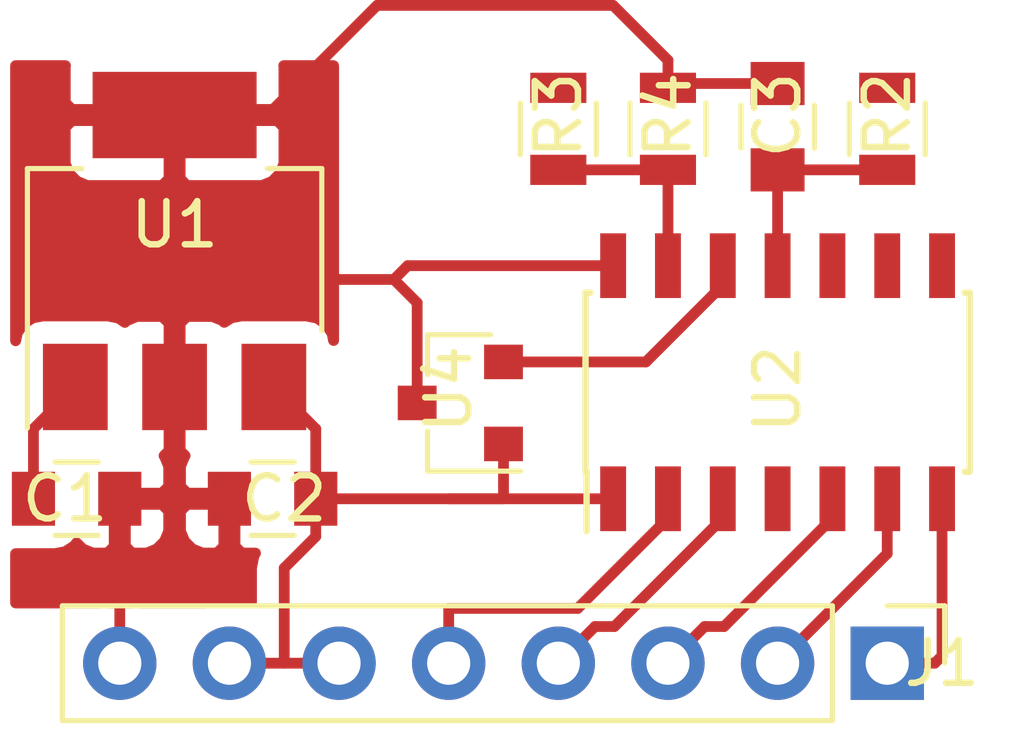
<source format=kicad_pcb>
(kicad_pcb (version 4) (host pcbnew 4.0.7)

  (general
    (links 25)
    (no_connects 3)
    (area 116.445 110.164999 142.34 130.477619)
    (thickness 1.6)
    (drawings 0)
    (tracks 56)
    (zones 0)
    (modules 10)
    (nets 17)
  )

  (page A4)
  (layers
    (0 F.Cu signal)
    (31 B.Cu signal)
    (32 B.Adhes user)
    (33 F.Adhes user)
    (34 B.Paste user)
    (35 F.Paste user)
    (36 B.SilkS user)
    (37 F.SilkS user)
    (38 B.Mask user)
    (39 F.Mask user)
    (40 Dwgs.User user)
    (41 Cmts.User user)
    (42 Eco1.User user)
    (43 Eco2.User user)
    (44 Edge.Cuts user)
    (45 Margin user)
    (46 B.CrtYd user)
    (47 F.CrtYd user)
    (48 B.Fab user hide)
    (49 F.Fab user hide)
  )

  (setup
    (last_trace_width 0.25)
    (trace_clearance 0.2)
    (zone_clearance 0.508)
    (zone_45_only no)
    (trace_min 0.2)
    (segment_width 0.2)
    (edge_width 0.15)
    (via_size 0.6)
    (via_drill 0.4)
    (via_min_size 0.4)
    (via_min_drill 0.3)
    (uvia_size 0.3)
    (uvia_drill 0.1)
    (uvias_allowed no)
    (uvia_min_size 0.2)
    (uvia_min_drill 0.1)
    (pcb_text_width 0.3)
    (pcb_text_size 1.5 1.5)
    (mod_edge_width 0.15)
    (mod_text_size 1 1)
    (mod_text_width 0.15)
    (pad_size 1.524 1.524)
    (pad_drill 0.762)
    (pad_to_mask_clearance 0.2)
    (aux_axis_origin 0 0)
    (grid_origin 113.03 113.03)
    (visible_elements 7FFFFFFF)
    (pcbplotparams
      (layerselection 0x00030_80000001)
      (usegerberextensions false)
      (excludeedgelayer true)
      (linewidth 0.100000)
      (plotframeref false)
      (viasonmask false)
      (mode 1)
      (useauxorigin false)
      (hpglpennumber 1)
      (hpglpenspeed 20)
      (hpglpendiameter 15)
      (hpglpenoverlay 2)
      (psnegative false)
      (psa4output false)
      (plotreference true)
      (plotvalue true)
      (plotinvisibletext false)
      (padsonsilk false)
      (subtractmaskfromsilk false)
      (outputformat 1)
      (mirror false)
      (drillshape 1)
      (scaleselection 1)
      (outputdirectory ""))
  )

  (net 0 "")
  (net 1 +12V)
  (net 2 GND)
  (net 3 +3V3)
  (net 4 "Net-(C3-Pad2)")
  (net 5 +5V)
  (net 6 "Net-(R3-Pad1)")
  (net 7 "Net-(U2-Pad4)")
  (net 8 "Net-(U2-Pad8)")
  (net 9 "Net-(U2-Pad9)")
  (net 10 "Net-(U2-Pad10)")
  (net 11 "Net-(U2-Pad12)")
  (net 12 "Net-(J1-Pad5)")
  (net 13 "Net-(J1-Pad4)")
  (net 14 "Net-(J1-Pad3)")
  (net 15 "Net-(J1-Pad2)")
  (net 16 "Net-(J1-Pad1)")

  (net_class Default "This is the default net class."
    (clearance 0.2)
    (trace_width 0.25)
    (via_dia 0.6)
    (via_drill 0.4)
    (uvia_dia 0.3)
    (uvia_drill 0.1)
    (add_net +12V)
    (add_net +3V3)
    (add_net +5V)
    (add_net GND)
    (add_net "Net-(C3-Pad2)")
    (add_net "Net-(J1-Pad1)")
    (add_net "Net-(J1-Pad2)")
    (add_net "Net-(J1-Pad3)")
    (add_net "Net-(J1-Pad4)")
    (add_net "Net-(J1-Pad5)")
    (add_net "Net-(R3-Pad1)")
    (add_net "Net-(U2-Pad10)")
    (add_net "Net-(U2-Pad12)")
    (add_net "Net-(U2-Pad4)")
    (add_net "Net-(U2-Pad8)")
    (add_net "Net-(U2-Pad9)")
  )

  (module TO_SOT_Packages_SMD:SOT-223-3_TabPin2 (layer F.Cu) (tedit 58CE4E7E) (tstamp 5A4854AC)
    (at 121.92 116.18 90)
    (descr "module CMS SOT223 4 pins")
    (tags "CMS SOT")
    (path /59C97844)
    (attr smd)
    (fp_text reference U1 (at 0.61 0 180) (layer F.SilkS)
      (effects (font (size 1 1) (thickness 0.15)))
    )
    (fp_text value LM2936-3.3 (at 0 4.5 90) (layer F.Fab)
      (effects (font (size 1 1) (thickness 0.15)))
    )
    (fp_text user %R (at 0 0 270) (layer F.Fab)
      (effects (font (size 0.8 0.8) (thickness 0.12)))
    )
    (fp_line (start 1.91 3.41) (end 1.91 2.15) (layer F.SilkS) (width 0.12))
    (fp_line (start 1.91 -3.41) (end 1.91 -2.15) (layer F.SilkS) (width 0.12))
    (fp_line (start 4.4 -3.6) (end -4.4 -3.6) (layer F.CrtYd) (width 0.05))
    (fp_line (start 4.4 3.6) (end 4.4 -3.6) (layer F.CrtYd) (width 0.05))
    (fp_line (start -4.4 3.6) (end 4.4 3.6) (layer F.CrtYd) (width 0.05))
    (fp_line (start -4.4 -3.6) (end -4.4 3.6) (layer F.CrtYd) (width 0.05))
    (fp_line (start -1.85 -2.35) (end -0.85 -3.35) (layer F.Fab) (width 0.1))
    (fp_line (start -1.85 -2.35) (end -1.85 3.35) (layer F.Fab) (width 0.1))
    (fp_line (start -1.85 3.41) (end 1.91 3.41) (layer F.SilkS) (width 0.12))
    (fp_line (start -0.85 -3.35) (end 1.85 -3.35) (layer F.Fab) (width 0.1))
    (fp_line (start -4.1 -3.41) (end 1.91 -3.41) (layer F.SilkS) (width 0.12))
    (fp_line (start -1.85 3.35) (end 1.85 3.35) (layer F.Fab) (width 0.1))
    (fp_line (start 1.85 -3.35) (end 1.85 3.35) (layer F.Fab) (width 0.1))
    (pad 2 smd rect (at 3.15 0 90) (size 2 3.8) (layers F.Cu F.Paste F.Mask)
      (net 2 GND))
    (pad 2 smd rect (at -3.15 0 90) (size 2 1.5) (layers F.Cu F.Paste F.Mask)
      (net 2 GND))
    (pad 3 smd rect (at -3.15 2.3 90) (size 2 1.5) (layers F.Cu F.Paste F.Mask)
      (net 3 +3V3))
    (pad 1 smd rect (at -3.15 -2.3 90) (size 2 1.5) (layers F.Cu F.Paste F.Mask)
      (net 1 +12V))
    (model ${KISYS3DMOD}/TO_SOT_Packages_SMD.3dshapes/SOT-223.wrl
      (at (xyz 0 0 0))
      (scale (xyz 1 1 1))
      (rotate (xyz 0 0 0))
    )
  )

  (module Housings_SOIC:SOIC-14_3.9x8.7mm_Pitch1.27mm (layer F.Cu) (tedit 58CC8F64) (tstamp 5A4854BE)
    (at 135.89 119.22 90)
    (descr "14-Lead Plastic Small Outline (SL) - Narrow, 3.90 mm Body [SOIC] (see Microchip Packaging Specification 00000049BS.pdf)")
    (tags "SOIC 1.27")
    (path /5A4838F2)
    (attr smd)
    (fp_text reference U2 (at -0.16 0 90) (layer F.SilkS)
      (effects (font (size 1 1) (thickness 0.15)))
    )
    (fp_text value ATTINY44A-SSU (at 0 5.375 270) (layer F.Fab)
      (effects (font (size 1 1) (thickness 0.15)))
    )
    (fp_text user %R (at 0 0 90) (layer F.Fab)
      (effects (font (size 0.9 0.9) (thickness 0.135)))
    )
    (fp_line (start -0.95 -4.35) (end 1.95 -4.35) (layer F.Fab) (width 0.15))
    (fp_line (start 1.95 -4.35) (end 1.95 4.35) (layer F.Fab) (width 0.15))
    (fp_line (start 1.95 4.35) (end -1.95 4.35) (layer F.Fab) (width 0.15))
    (fp_line (start -1.95 4.35) (end -1.95 -3.35) (layer F.Fab) (width 0.15))
    (fp_line (start -1.95 -3.35) (end -0.95 -4.35) (layer F.Fab) (width 0.15))
    (fp_line (start -3.7 -4.65) (end -3.7 4.65) (layer F.CrtYd) (width 0.05))
    (fp_line (start 3.7 -4.65) (end 3.7 4.65) (layer F.CrtYd) (width 0.05))
    (fp_line (start -3.7 -4.65) (end 3.7 -4.65) (layer F.CrtYd) (width 0.05))
    (fp_line (start -3.7 4.65) (end 3.7 4.65) (layer F.CrtYd) (width 0.05))
    (fp_line (start -2.075 -4.45) (end -2.075 -4.425) (layer F.SilkS) (width 0.15))
    (fp_line (start 2.075 -4.45) (end 2.075 -4.335) (layer F.SilkS) (width 0.15))
    (fp_line (start 2.075 4.45) (end 2.075 4.335) (layer F.SilkS) (width 0.15))
    (fp_line (start -2.075 4.45) (end -2.075 4.335) (layer F.SilkS) (width 0.15))
    (fp_line (start -2.075 -4.45) (end 2.075 -4.45) (layer F.SilkS) (width 0.15))
    (fp_line (start -2.075 4.45) (end 2.075 4.45) (layer F.SilkS) (width 0.15))
    (fp_line (start -2.075 -4.425) (end -3.45 -4.425) (layer F.SilkS) (width 0.15))
    (pad 1 smd rect (at -2.7 -3.81 90) (size 1.5 0.6) (layers F.Cu F.Paste F.Mask)
      (net 3 +3V3))
    (pad 2 smd rect (at -2.7 -2.54 90) (size 1.5 0.6) (layers F.Cu F.Paste F.Mask)
      (net 12 "Net-(J1-Pad5)"))
    (pad 3 smd rect (at -2.7 -1.27 90) (size 1.5 0.6) (layers F.Cu F.Paste F.Mask)
      (net 13 "Net-(J1-Pad4)"))
    (pad 4 smd rect (at -2.7 0 90) (size 1.5 0.6) (layers F.Cu F.Paste F.Mask)
      (net 7 "Net-(U2-Pad4)"))
    (pad 5 smd rect (at -2.7 1.27 90) (size 1.5 0.6) (layers F.Cu F.Paste F.Mask)
      (net 14 "Net-(J1-Pad3)"))
    (pad 6 smd rect (at -2.7 2.54 90) (size 1.5 0.6) (layers F.Cu F.Paste F.Mask)
      (net 15 "Net-(J1-Pad2)"))
    (pad 7 smd rect (at -2.7 3.81 90) (size 1.5 0.6) (layers F.Cu F.Paste F.Mask)
      (net 16 "Net-(J1-Pad1)"))
    (pad 8 smd rect (at 2.7 3.81 90) (size 1.5 0.6) (layers F.Cu F.Paste F.Mask)
      (net 8 "Net-(U2-Pad8)"))
    (pad 9 smd rect (at 2.7 2.54 90) (size 1.5 0.6) (layers F.Cu F.Paste F.Mask)
      (net 9 "Net-(U2-Pad9)"))
    (pad 10 smd rect (at 2.7 1.27 90) (size 1.5 0.6) (layers F.Cu F.Paste F.Mask)
      (net 10 "Net-(U2-Pad10)"))
    (pad 11 smd rect (at 2.7 0 90) (size 1.5 0.6) (layers F.Cu F.Paste F.Mask)
      (net 4 "Net-(C3-Pad2)"))
    (pad 12 smd rect (at 2.7 -1.27 90) (size 1.5 0.6) (layers F.Cu F.Paste F.Mask)
      (net 11 "Net-(U2-Pad12)"))
    (pad 13 smd rect (at 2.7 -2.54 90) (size 1.5 0.6) (layers F.Cu F.Paste F.Mask)
      (net 6 "Net-(R3-Pad1)"))
    (pad 14 smd rect (at 2.7 -3.81 90) (size 1.5 0.6) (layers F.Cu F.Paste F.Mask)
      (net 2 GND))
    (model ${KISYS3DMOD}/Housings_SOIC.3dshapes/SOIC-14_3.9x8.7mm_Pitch1.27mm.wrl
      (at (xyz 0 0 0))
      (scale (xyz 1 1 1))
      (rotate (xyz 0 0 0))
    )
  )

  (module TO_SOT_Packages_SMD:SOT-23 (layer F.Cu) (tedit 58CE4E7E) (tstamp 5A4854D1)
    (at 128.54 119.7 180)
    (descr "SOT-23, Standard")
    (tags SOT-23)
    (path /5A483AD4)
    (attr smd)
    (fp_text reference U4 (at 0.27 0.32 270) (layer F.SilkS)
      (effects (font (size 1 1) (thickness 0.15)))
    )
    (fp_text value MCP9700AT-E/TT (at 0 2.5 180) (layer F.Fab)
      (effects (font (size 1 1) (thickness 0.15)))
    )
    (fp_text user %R (at 0 0 270) (layer F.Fab)
      (effects (font (size 0.5 0.5) (thickness 0.075)))
    )
    (fp_line (start -0.7 -0.95) (end -0.7 1.5) (layer F.Fab) (width 0.1))
    (fp_line (start -0.15 -1.52) (end 0.7 -1.52) (layer F.Fab) (width 0.1))
    (fp_line (start -0.7 -0.95) (end -0.15 -1.52) (layer F.Fab) (width 0.1))
    (fp_line (start 0.7 -1.52) (end 0.7 1.52) (layer F.Fab) (width 0.1))
    (fp_line (start -0.7 1.52) (end 0.7 1.52) (layer F.Fab) (width 0.1))
    (fp_line (start 0.76 1.58) (end 0.76 0.65) (layer F.SilkS) (width 0.12))
    (fp_line (start 0.76 -1.58) (end 0.76 -0.65) (layer F.SilkS) (width 0.12))
    (fp_line (start -1.7 -1.75) (end 1.7 -1.75) (layer F.CrtYd) (width 0.05))
    (fp_line (start 1.7 -1.75) (end 1.7 1.75) (layer F.CrtYd) (width 0.05))
    (fp_line (start 1.7 1.75) (end -1.7 1.75) (layer F.CrtYd) (width 0.05))
    (fp_line (start -1.7 1.75) (end -1.7 -1.75) (layer F.CrtYd) (width 0.05))
    (fp_line (start 0.76 -1.58) (end -1.4 -1.58) (layer F.SilkS) (width 0.12))
    (fp_line (start 0.76 1.58) (end -0.7 1.58) (layer F.SilkS) (width 0.12))
    (pad 1 smd rect (at -1 -0.95 180) (size 0.9 0.8) (layers F.Cu F.Paste F.Mask)
      (net 3 +3V3))
    (pad 2 smd rect (at -1 0.95 180) (size 0.9 0.8) (layers F.Cu F.Paste F.Mask)
      (net 11 "Net-(U2-Pad12)"))
    (pad 3 smd rect (at 1 0 180) (size 0.9 0.8) (layers F.Cu F.Paste F.Mask)
      (net 2 GND))
    (model ${KISYS3DMOD}/TO_SOT_Packages_SMD.3dshapes/SOT-23.wrl
      (at (xyz 0 0 0))
      (scale (xyz 1 1 1))
      (rotate (xyz 0 0 0))
    )
  )

  (module Capacitors_SMD:C_0805 (layer F.Cu) (tedit 58AA8463) (tstamp 5A485960)
    (at 119.65 121.92)
    (descr "Capacitor SMD 0805, reflow soldering, AVX (see smccp.pdf)")
    (tags "capacitor 0805")
    (path /59C98302)
    (attr smd)
    (fp_text reference C1 (at -0.27 0) (layer F.SilkS)
      (effects (font (size 1 1) (thickness 0.15)))
    )
    (fp_text value 0.1u (at 0 1.75) (layer F.Fab)
      (effects (font (size 1 1) (thickness 0.15)))
    )
    (fp_text user %R (at 0 -1.5) (layer F.Fab)
      (effects (font (size 1 1) (thickness 0.15)))
    )
    (fp_line (start -1 0.62) (end -1 -0.62) (layer F.Fab) (width 0.1))
    (fp_line (start 1 0.62) (end -1 0.62) (layer F.Fab) (width 0.1))
    (fp_line (start 1 -0.62) (end 1 0.62) (layer F.Fab) (width 0.1))
    (fp_line (start -1 -0.62) (end 1 -0.62) (layer F.Fab) (width 0.1))
    (fp_line (start 0.5 -0.85) (end -0.5 -0.85) (layer F.SilkS) (width 0.12))
    (fp_line (start -0.5 0.85) (end 0.5 0.85) (layer F.SilkS) (width 0.12))
    (fp_line (start -1.75 -0.88) (end 1.75 -0.88) (layer F.CrtYd) (width 0.05))
    (fp_line (start -1.75 -0.88) (end -1.75 0.87) (layer F.CrtYd) (width 0.05))
    (fp_line (start 1.75 0.87) (end 1.75 -0.88) (layer F.CrtYd) (width 0.05))
    (fp_line (start 1.75 0.87) (end -1.75 0.87) (layer F.CrtYd) (width 0.05))
    (pad 1 smd rect (at -1 0) (size 1 1.25) (layers F.Cu F.Paste F.Mask)
      (net 1 +12V))
    (pad 2 smd rect (at 1 0) (size 1 1.25) (layers F.Cu F.Paste F.Mask)
      (net 2 GND))
    (model Capacitors_SMD.3dshapes/C_0805.wrl
      (at (xyz 0 0 0))
      (scale (xyz 1 1 1))
      (rotate (xyz 0 0 0))
    )
  )

  (module Resistors_SMD:R_0805 (layer F.Cu) (tedit 58E0A804) (tstamp 5A48596A)
    (at 138.43 113.35 90)
    (descr "Resistor SMD 0805, reflow soldering, Vishay (see dcrcw.pdf)")
    (tags "resistor 0805")
    (path /59C9A0A8)
    (attr smd)
    (fp_text reference R2 (at 0.32 0 90) (layer F.SilkS)
      (effects (font (size 1 1) (thickness 0.15)))
    )
    (fp_text value 10K (at 0 1.75 90) (layer F.Fab)
      (effects (font (size 1 1) (thickness 0.15)))
    )
    (fp_text user %R (at 0 0 90) (layer F.Fab)
      (effects (font (size 0.5 0.5) (thickness 0.075)))
    )
    (fp_line (start -1 0.62) (end -1 -0.62) (layer F.Fab) (width 0.1))
    (fp_line (start 1 0.62) (end -1 0.62) (layer F.Fab) (width 0.1))
    (fp_line (start 1 -0.62) (end 1 0.62) (layer F.Fab) (width 0.1))
    (fp_line (start -1 -0.62) (end 1 -0.62) (layer F.Fab) (width 0.1))
    (fp_line (start 0.6 0.88) (end -0.6 0.88) (layer F.SilkS) (width 0.12))
    (fp_line (start -0.6 -0.88) (end 0.6 -0.88) (layer F.SilkS) (width 0.12))
    (fp_line (start -1.55 -0.9) (end 1.55 -0.9) (layer F.CrtYd) (width 0.05))
    (fp_line (start -1.55 -0.9) (end -1.55 0.9) (layer F.CrtYd) (width 0.05))
    (fp_line (start 1.55 0.9) (end 1.55 -0.9) (layer F.CrtYd) (width 0.05))
    (fp_line (start 1.55 0.9) (end -1.55 0.9) (layer F.CrtYd) (width 0.05))
    (pad 1 smd rect (at -0.95 0 90) (size 0.7 1.3) (layers F.Cu F.Paste F.Mask)
      (net 4 "Net-(C3-Pad2)"))
    (pad 2 smd rect (at 0.95 0 90) (size 0.7 1.3) (layers F.Cu F.Paste F.Mask)
      (net 5 +5V))
    (model ${KISYS3DMOD}/Resistors_SMD.3dshapes/R_0805.wrl
      (at (xyz 0 0 0))
      (scale (xyz 1 1 1))
      (rotate (xyz 0 0 0))
    )
  )

  (module Resistors_SMD:R_0805 (layer F.Cu) (tedit 58E0A804) (tstamp 5A48596F)
    (at 130.81 113.35 90)
    (descr "Resistor SMD 0805, reflow soldering, Vishay (see dcrcw.pdf)")
    (tags "resistor 0805")
    (path /5A483A29)
    (attr smd)
    (fp_text reference R3 (at 0.32 0 90) (layer F.SilkS)
      (effects (font (size 1 1) (thickness 0.15)))
    )
    (fp_text value 47K (at 0 1.75 90) (layer F.Fab)
      (effects (font (size 1 1) (thickness 0.15)))
    )
    (fp_text user %R (at 0 0 90) (layer F.Fab)
      (effects (font (size 0.5 0.5) (thickness 0.075)))
    )
    (fp_line (start -1 0.62) (end -1 -0.62) (layer F.Fab) (width 0.1))
    (fp_line (start 1 0.62) (end -1 0.62) (layer F.Fab) (width 0.1))
    (fp_line (start 1 -0.62) (end 1 0.62) (layer F.Fab) (width 0.1))
    (fp_line (start -1 -0.62) (end 1 -0.62) (layer F.Fab) (width 0.1))
    (fp_line (start 0.6 0.88) (end -0.6 0.88) (layer F.SilkS) (width 0.12))
    (fp_line (start -0.6 -0.88) (end 0.6 -0.88) (layer F.SilkS) (width 0.12))
    (fp_line (start -1.55 -0.9) (end 1.55 -0.9) (layer F.CrtYd) (width 0.05))
    (fp_line (start -1.55 -0.9) (end -1.55 0.9) (layer F.CrtYd) (width 0.05))
    (fp_line (start 1.55 0.9) (end 1.55 -0.9) (layer F.CrtYd) (width 0.05))
    (fp_line (start 1.55 0.9) (end -1.55 0.9) (layer F.CrtYd) (width 0.05))
    (pad 1 smd rect (at -0.95 0 90) (size 0.7 1.3) (layers F.Cu F.Paste F.Mask)
      (net 6 "Net-(R3-Pad1)"))
    (pad 2 smd rect (at 0.95 0 90) (size 0.7 1.3) (layers F.Cu F.Paste F.Mask)
      (net 1 +12V))
    (model ${KISYS3DMOD}/Resistors_SMD.3dshapes/R_0805.wrl
      (at (xyz 0 0 0))
      (scale (xyz 1 1 1))
      (rotate (xyz 0 0 0))
    )
  )

  (module Resistors_SMD:R_0805 (layer F.Cu) (tedit 58E0A804) (tstamp 5A485974)
    (at 133.35 113.35 270)
    (descr "Resistor SMD 0805, reflow soldering, Vishay (see dcrcw.pdf)")
    (tags "resistor 0805")
    (path /5A483A62)
    (attr smd)
    (fp_text reference R4 (at -0.32 0 270) (layer F.SilkS)
      (effects (font (size 1 1) (thickness 0.15)))
    )
    (fp_text value 10K (at 0 1.75 270) (layer F.Fab)
      (effects (font (size 1 1) (thickness 0.15)))
    )
    (fp_text user %R (at 0 0 270) (layer F.Fab)
      (effects (font (size 0.5 0.5) (thickness 0.075)))
    )
    (fp_line (start -1 0.62) (end -1 -0.62) (layer F.Fab) (width 0.1))
    (fp_line (start 1 0.62) (end -1 0.62) (layer F.Fab) (width 0.1))
    (fp_line (start 1 -0.62) (end 1 0.62) (layer F.Fab) (width 0.1))
    (fp_line (start -1 -0.62) (end 1 -0.62) (layer F.Fab) (width 0.1))
    (fp_line (start 0.6 0.88) (end -0.6 0.88) (layer F.SilkS) (width 0.12))
    (fp_line (start -0.6 -0.88) (end 0.6 -0.88) (layer F.SilkS) (width 0.12))
    (fp_line (start -1.55 -0.9) (end 1.55 -0.9) (layer F.CrtYd) (width 0.05))
    (fp_line (start -1.55 -0.9) (end -1.55 0.9) (layer F.CrtYd) (width 0.05))
    (fp_line (start 1.55 0.9) (end 1.55 -0.9) (layer F.CrtYd) (width 0.05))
    (fp_line (start 1.55 0.9) (end -1.55 0.9) (layer F.CrtYd) (width 0.05))
    (pad 1 smd rect (at -0.95 0 270) (size 0.7 1.3) (layers F.Cu F.Paste F.Mask)
      (net 2 GND))
    (pad 2 smd rect (at 0.95 0 270) (size 0.7 1.3) (layers F.Cu F.Paste F.Mask)
      (net 6 "Net-(R3-Pad1)"))
    (model ${KISYS3DMOD}/Resistors_SMD.3dshapes/R_0805.wrl
      (at (xyz 0 0 0))
      (scale (xyz 1 1 1))
      (rotate (xyz 0 0 0))
    )
  )

  (module Capacitors_SMD:C_0805 (layer F.Cu) (tedit 58AA8463) (tstamp 5A485B3A)
    (at 135.89 113.3 270)
    (descr "Capacitor SMD 0805, reflow soldering, AVX (see smccp.pdf)")
    (tags "capacitor 0805")
    (path /59C9A803)
    (attr smd)
    (fp_text reference C3 (at -0.27 0 270) (layer F.SilkS)
      (effects (font (size 1 1) (thickness 0.15)))
    )
    (fp_text value 0.1uF (at 0 1.75 270) (layer F.Fab)
      (effects (font (size 1 1) (thickness 0.15)))
    )
    (fp_text user %R (at 0 -1.5 270) (layer F.Fab)
      (effects (font (size 1 1) (thickness 0.15)))
    )
    (fp_line (start -1 0.62) (end -1 -0.62) (layer F.Fab) (width 0.1))
    (fp_line (start 1 0.62) (end -1 0.62) (layer F.Fab) (width 0.1))
    (fp_line (start 1 -0.62) (end 1 0.62) (layer F.Fab) (width 0.1))
    (fp_line (start -1 -0.62) (end 1 -0.62) (layer F.Fab) (width 0.1))
    (fp_line (start 0.5 -0.85) (end -0.5 -0.85) (layer F.SilkS) (width 0.12))
    (fp_line (start -0.5 0.85) (end 0.5 0.85) (layer F.SilkS) (width 0.12))
    (fp_line (start -1.75 -0.88) (end 1.75 -0.88) (layer F.CrtYd) (width 0.05))
    (fp_line (start -1.75 -0.88) (end -1.75 0.87) (layer F.CrtYd) (width 0.05))
    (fp_line (start 1.75 0.87) (end 1.75 -0.88) (layer F.CrtYd) (width 0.05))
    (fp_line (start 1.75 0.87) (end -1.75 0.87) (layer F.CrtYd) (width 0.05))
    (pad 1 smd rect (at -1 0 270) (size 1 1.25) (layers F.Cu F.Paste F.Mask)
      (net 2 GND))
    (pad 2 smd rect (at 1 0 270) (size 1 1.25) (layers F.Cu F.Paste F.Mask)
      (net 4 "Net-(C3-Pad2)"))
    (model Capacitors_SMD.3dshapes/C_0805.wrl
      (at (xyz 0 0 0))
      (scale (xyz 1 1 1))
      (rotate (xyz 0 0 0))
    )
  )

  (module Capacitors_SMD:C_0805 (layer F.Cu) (tedit 58AA8463) (tstamp 5A486220)
    (at 124.19 121.92 180)
    (descr "Capacitor SMD 0805, reflow soldering, AVX (see smccp.pdf)")
    (tags "capacitor 0805")
    (path /59C983F3)
    (attr smd)
    (fp_text reference C2 (at -0.27 0 180) (layer F.SilkS)
      (effects (font (size 1 1) (thickness 0.15)))
    )
    (fp_text value 10uF (at 0 1.75 180) (layer F.Fab)
      (effects (font (size 1 1) (thickness 0.15)))
    )
    (fp_text user %R (at 0 -1.5 180) (layer F.Fab)
      (effects (font (size 1 1) (thickness 0.15)))
    )
    (fp_line (start -1 0.62) (end -1 -0.62) (layer F.Fab) (width 0.1))
    (fp_line (start 1 0.62) (end -1 0.62) (layer F.Fab) (width 0.1))
    (fp_line (start 1 -0.62) (end 1 0.62) (layer F.Fab) (width 0.1))
    (fp_line (start -1 -0.62) (end 1 -0.62) (layer F.Fab) (width 0.1))
    (fp_line (start 0.5 -0.85) (end -0.5 -0.85) (layer F.SilkS) (width 0.12))
    (fp_line (start -0.5 0.85) (end 0.5 0.85) (layer F.SilkS) (width 0.12))
    (fp_line (start -1.75 -0.88) (end 1.75 -0.88) (layer F.CrtYd) (width 0.05))
    (fp_line (start -1.75 -0.88) (end -1.75 0.87) (layer F.CrtYd) (width 0.05))
    (fp_line (start 1.75 0.87) (end 1.75 -0.88) (layer F.CrtYd) (width 0.05))
    (fp_line (start 1.75 0.87) (end -1.75 0.87) (layer F.CrtYd) (width 0.05))
    (pad 1 smd rect (at -1 0 180) (size 1 1.25) (layers F.Cu F.Paste F.Mask)
      (net 3 +3V3))
    (pad 2 smd rect (at 1 0 180) (size 1 1.25) (layers F.Cu F.Paste F.Mask)
      (net 2 GND))
    (model Capacitors_SMD.3dshapes/C_0805.wrl
      (at (xyz 0 0 0))
      (scale (xyz 1 1 1))
      (rotate (xyz 0 0 0))
    )
  )

  (module Socket_Strips:Socket_Strip_Straight_1x08_Pitch2.54mm (layer F.Cu) (tedit 58CD5446) (tstamp 5A49325B)
    (at 138.43 125.73 270)
    (descr "Through hole straight socket strip, 1x08, 2.54mm pitch, single row")
    (tags "Through hole socket strip THT 1x08 2.54mm single row")
    (path /5A492BC5)
    (fp_text reference J1 (at 0 -1.27 360) (layer F.SilkS)
      (effects (font (size 1 1) (thickness 0.15)))
    )
    (fp_text value Conn_01x08 (at 0 20.11 270) (layer F.Fab)
      (effects (font (size 1 1) (thickness 0.15)))
    )
    (fp_line (start -1.27 -1.27) (end -1.27 19.05) (layer F.Fab) (width 0.1))
    (fp_line (start -1.27 19.05) (end 1.27 19.05) (layer F.Fab) (width 0.1))
    (fp_line (start 1.27 19.05) (end 1.27 -1.27) (layer F.Fab) (width 0.1))
    (fp_line (start 1.27 -1.27) (end -1.27 -1.27) (layer F.Fab) (width 0.1))
    (fp_line (start -1.33 1.27) (end -1.33 19.11) (layer F.SilkS) (width 0.12))
    (fp_line (start -1.33 19.11) (end 1.33 19.11) (layer F.SilkS) (width 0.12))
    (fp_line (start 1.33 19.11) (end 1.33 1.27) (layer F.SilkS) (width 0.12))
    (fp_line (start 1.33 1.27) (end -1.33 1.27) (layer F.SilkS) (width 0.12))
    (fp_line (start -1.33 0) (end -1.33 -1.33) (layer F.SilkS) (width 0.12))
    (fp_line (start -1.33 -1.33) (end 0 -1.33) (layer F.SilkS) (width 0.12))
    (fp_line (start -1.8 -1.8) (end -1.8 19.55) (layer F.CrtYd) (width 0.05))
    (fp_line (start -1.8 19.55) (end 1.8 19.55) (layer F.CrtYd) (width 0.05))
    (fp_line (start 1.8 19.55) (end 1.8 -1.8) (layer F.CrtYd) (width 0.05))
    (fp_line (start 1.8 -1.8) (end -1.8 -1.8) (layer F.CrtYd) (width 0.05))
    (fp_text user %R (at 0 -2.33 270) (layer F.Fab)
      (effects (font (size 1 1) (thickness 0.15)))
    )
    (pad 1 thru_hole rect (at 0 0 270) (size 1.7 1.7) (drill 1) (layers *.Cu *.Mask)
      (net 16 "Net-(J1-Pad1)"))
    (pad 2 thru_hole oval (at 0 2.54 270) (size 1.7 1.7) (drill 1) (layers *.Cu *.Mask)
      (net 15 "Net-(J1-Pad2)"))
    (pad 3 thru_hole oval (at 0 5.08 270) (size 1.7 1.7) (drill 1) (layers *.Cu *.Mask)
      (net 14 "Net-(J1-Pad3)"))
    (pad 4 thru_hole oval (at 0 7.62 270) (size 1.7 1.7) (drill 1) (layers *.Cu *.Mask)
      (net 13 "Net-(J1-Pad4)"))
    (pad 5 thru_hole oval (at 0 10.16 270) (size 1.7 1.7) (drill 1) (layers *.Cu *.Mask)
      (net 12 "Net-(J1-Pad5)"))
    (pad 6 thru_hole oval (at 0 12.7 270) (size 1.7 1.7) (drill 1) (layers *.Cu *.Mask)
      (net 3 +3V3))
    (pad 7 thru_hole oval (at 0 15.24 270) (size 1.7 1.7) (drill 1) (layers *.Cu *.Mask)
      (net 3 +3V3))
    (pad 8 thru_hole oval (at 0 17.78 270) (size 1.7 1.7) (drill 1) (layers *.Cu *.Mask)
      (net 2 GND))
    (model ${KISYS3DMOD}/Socket_Strips.3dshapes/Socket_Strip_Straight_1x08_Pitch2.54mm.wrl
      (at (xyz 0 -0.35 0))
      (scale (xyz 1 1 1))
      (rotate (xyz 0 0 270))
    )
  )

  (segment (start 118.65 121.92) (end 118.65 120.3) (width 0.25) (layer F.Cu) (net 1))
  (segment (start 118.65 120.3) (end 119.62 119.33) (width 0.25) (layer F.Cu) (net 1))
  (segment (start 120.65 125.73) (end 120.65 121.92) (width 0.25) (layer F.Cu) (net 2))
  (segment (start 133.35 111.76) (end 132.08 110.49) (width 0.25) (layer F.Cu) (net 2))
  (segment (start 132.08 110.49) (end 126.61 110.49) (width 0.25) (layer F.Cu) (net 2))
  (segment (start 126.61 110.49) (end 124.07 113.03) (width 0.25) (layer F.Cu) (net 2))
  (segment (start 124.07 113.03) (end 121.92 113.03) (width 0.25) (layer F.Cu) (net 2))
  (segment (start 133.35 112.4) (end 133.35 111.76) (width 0.25) (layer F.Cu) (net 2))
  (segment (start 135.89 112.3) (end 133.45 112.3) (width 0.25) (layer F.Cu) (net 2))
  (segment (start 133.45 112.3) (end 133.35 112.4) (width 0.25) (layer F.Cu) (net 2))
  (segment (start 125.73 116.84) (end 121.92 116.84) (width 0.25) (layer F.Cu) (net 2))
  (segment (start 127.32 116.52) (end 127 116.84) (width 0.25) (layer F.Cu) (net 2))
  (segment (start 127 116.84) (end 125.73 116.84) (width 0.25) (layer F.Cu) (net 2))
  (segment (start 132.08 116.52) (end 127.32 116.52) (width 0.25) (layer F.Cu) (net 2))
  (segment (start 121.92 119.33) (end 121.92 116.84) (width 0.25) (layer F.Cu) (net 2))
  (segment (start 121.92 116.84) (end 121.92 113.03) (width 0.25) (layer F.Cu) (net 2))
  (segment (start 127.54 117.38) (end 127 116.84) (width 0.25) (layer F.Cu) (net 2))
  (segment (start 127.54 119.7) (end 127.54 117.38) (width 0.25) (layer F.Cu) (net 2))
  (segment (start 121.92 121.92) (end 120.65 121.92) (width 0.25) (layer F.Cu) (net 2))
  (segment (start 121.92 121.92) (end 123.19 121.92) (width 0.25) (layer F.Cu) (net 2))
  (segment (start 121.92 119.33) (end 121.92 121.92) (width 0.25) (layer F.Cu) (net 2))
  (segment (start 123.19 125.73) (end 124.46 125.73) (width 0.25) (layer F.Cu) (net 3))
  (segment (start 124.46 125.73) (end 125.73 125.73) (width 0.25) (layer F.Cu) (net 3))
  (segment (start 125.19 121.92) (end 125.19 122.795) (width 0.25) (layer F.Cu) (net 3))
  (segment (start 125.19 122.795) (end 124.46 123.525) (width 0.25) (layer F.Cu) (net 3))
  (segment (start 124.46 123.525) (end 124.46 125.73) (width 0.25) (layer F.Cu) (net 3))
  (segment (start 132.08 121.92) (end 128.27 121.92) (width 0.25) (layer F.Cu) (net 3))
  (segment (start 128.27 121.92) (end 125.19 121.92) (width 0.25) (layer F.Cu) (net 3))
  (segment (start 129.54 121.92) (end 128.27 121.92) (width 0.25) (layer F.Cu) (net 3))
  (segment (start 129.54 120.65) (end 129.54 121.92) (width 0.25) (layer F.Cu) (net 3))
  (segment (start 125.19 121.92) (end 125.19 120.3) (width 0.25) (layer F.Cu) (net 3))
  (segment (start 125.19 120.3) (end 124.22 119.33) (width 0.25) (layer F.Cu) (net 3))
  (segment (start 135.89 116.52) (end 135.89 114.3) (width 0.25) (layer F.Cu) (net 4))
  (segment (start 135.89 114.3) (end 138.43 114.3) (width 0.25) (layer F.Cu) (net 4))
  (segment (start 133.35 116.52) (end 133.35 114.3) (width 0.25) (layer F.Cu) (net 6))
  (segment (start 130.81 114.3) (end 133.35 114.3) (width 0.25) (layer F.Cu) (net 6))
  (segment (start 129.54 118.75) (end 132.84 118.75) (width 0.25) (layer F.Cu) (net 11))
  (segment (start 132.84 118.75) (end 134.62 116.97) (width 0.25) (layer F.Cu) (net 11))
  (segment (start 134.62 116.97) (end 134.62 116.52) (width 0.25) (layer F.Cu) (net 11))
  (segment (start 128.27 124.46) (end 131.26 124.46) (width 0.25) (layer F.Cu) (net 12))
  (segment (start 131.26 124.46) (end 133.35 122.37) (width 0.25) (layer F.Cu) (net 12))
  (segment (start 133.35 122.37) (end 133.35 121.92) (width 0.25) (layer F.Cu) (net 12))
  (segment (start 128.27 125.73) (end 128.27 124.46) (width 0.25) (layer F.Cu) (net 12))
  (segment (start 134.62 121.92) (end 134.62 122.37) (width 0.25) (layer F.Cu) (net 13))
  (segment (start 134.62 122.37) (end 132.109999 124.880001) (width 0.25) (layer F.Cu) (net 13))
  (segment (start 132.109999 124.880001) (end 131.659999 124.880001) (width 0.25) (layer F.Cu) (net 13))
  (segment (start 131.659999 124.880001) (end 130.81 125.73) (width 0.25) (layer F.Cu) (net 13))
  (segment (start 137.16 121.92) (end 137.16 122.37) (width 0.25) (layer F.Cu) (net 14))
  (segment (start 137.16 122.37) (end 134.649999 124.880001) (width 0.25) (layer F.Cu) (net 14))
  (segment (start 134.649999 124.880001) (end 134.199999 124.880001) (width 0.25) (layer F.Cu) (net 14))
  (segment (start 134.199999 124.880001) (end 133.35 125.73) (width 0.25) (layer F.Cu) (net 14))
  (segment (start 138.43 121.92) (end 138.43 123.19) (width 0.25) (layer F.Cu) (net 15))
  (segment (start 138.43 123.19) (end 135.89 125.73) (width 0.25) (layer F.Cu) (net 15))
  (segment (start 139.7 121.92) (end 139.7 125.56) (width 0.25) (layer F.Cu) (net 16))
  (segment (start 139.7 125.56) (end 139.53 125.73) (width 0.25) (layer F.Cu) (net 16))
  (segment (start 139.53 125.73) (end 138.43 125.73) (width 0.25) (layer F.Cu) (net 16))

  (zone (net 2) (net_name GND) (layer F.Cu) (tstamp 0) (hatch edge 0.508)
    (connect_pads (clearance 0.508))
    (min_thickness 0.254)
    (fill yes (arc_segments 16) (thermal_gap 0.508) (thermal_bridge_width 0.508))
    (polygon
      (pts
        (xy 118.11 111.76) (xy 118.11 124.46) (xy 125.73 124.46) (xy 125.73 111.76)
      )
    )
    (filled_polygon
      (pts
        (xy 119.385 111.903691) (xy 119.385 112.74425) (xy 119.54375 112.903) (xy 121.793 112.903) (xy 121.793 112.883)
        (xy 122.047 112.883) (xy 122.047 112.903) (xy 124.29625 112.903) (xy 124.455 112.74425) (xy 124.455 111.903691)
        (xy 124.448086 111.887) (xy 125.603 111.887) (xy 125.603 118.253258) (xy 125.573162 118.094683) (xy 125.43409 117.878559)
        (xy 125.22189 117.733569) (xy 124.97 117.68256) (xy 123.47 117.68256) (xy 123.234683 117.726838) (xy 123.070508 117.832482)
        (xy 123.029699 117.791673) (xy 122.79631 117.695) (xy 122.20575 117.695) (xy 122.047 117.85375) (xy 122.047 119.203)
        (xy 122.067 119.203) (xy 122.067 119.457) (xy 122.047 119.457) (xy 122.047 120.80625) (xy 122.163862 120.923112)
        (xy 122.151673 120.935301) (xy 122.055 121.16869) (xy 122.055 121.63425) (xy 122.21375 121.793) (xy 123.063 121.793)
        (xy 123.063 121.773) (xy 123.317 121.773) (xy 123.317 121.793) (xy 123.337 121.793) (xy 123.337 122.047)
        (xy 123.317 122.047) (xy 123.317 123.02125) (xy 123.47575 123.18) (xy 123.794041 123.18) (xy 123.757852 123.234161)
        (xy 123.7 123.525) (xy 123.7 124.317352) (xy 123.19 124.215907) (xy 122.621715 124.328946) (xy 122.615648 124.333)
        (xy 121.114271 124.333) (xy 121.00689 124.288524) (xy 120.922613 124.333) (xy 120.377387 124.333) (xy 120.29311 124.288524)
        (xy 120.185729 124.333) (xy 118.237 124.333) (xy 118.237 123.19244) (xy 119.15 123.19244) (xy 119.385317 123.148162)
        (xy 119.601441 123.00909) (xy 119.647969 122.940994) (xy 119.790302 123.083327) (xy 120.023691 123.18) (xy 120.36425 123.18)
        (xy 120.523 123.02125) (xy 120.523 122.047) (xy 120.777 122.047) (xy 120.777 123.02125) (xy 120.93575 123.18)
        (xy 121.276309 123.18) (xy 121.509698 123.083327) (xy 121.688327 122.904699) (xy 121.785 122.67131) (xy 121.785 122.20575)
        (xy 122.055 122.20575) (xy 122.055 122.67131) (xy 122.151673 122.904699) (xy 122.330302 123.083327) (xy 122.563691 123.18)
        (xy 122.90425 123.18) (xy 123.063 123.02125) (xy 123.063 122.047) (xy 122.21375 122.047) (xy 122.055 122.20575)
        (xy 121.785 122.20575) (xy 121.62625 122.047) (xy 120.777 122.047) (xy 120.523 122.047) (xy 120.503 122.047)
        (xy 120.503 121.793) (xy 120.523 121.793) (xy 120.523 121.773) (xy 120.777 121.773) (xy 120.777 121.793)
        (xy 121.62625 121.793) (xy 121.785 121.63425) (xy 121.785 121.16869) (xy 121.688327 120.935301) (xy 121.676138 120.923112)
        (xy 121.793 120.80625) (xy 121.793 119.457) (xy 121.773 119.457) (xy 121.773 119.203) (xy 121.793 119.203)
        (xy 121.793 117.85375) (xy 121.63425 117.695) (xy 121.04369 117.695) (xy 120.810301 117.791673) (xy 120.76834 117.833634)
        (xy 120.62189 117.733569) (xy 120.37 117.68256) (xy 118.87 117.68256) (xy 118.634683 117.726838) (xy 118.418559 117.86591)
        (xy 118.273569 118.07811) (xy 118.237 118.258693) (xy 118.237 113.31575) (xy 119.385 113.31575) (xy 119.385 114.156309)
        (xy 119.481673 114.389698) (xy 119.660301 114.568327) (xy 119.89369 114.665) (xy 121.63425 114.665) (xy 121.793 114.50625)
        (xy 121.793 113.157) (xy 122.047 113.157) (xy 122.047 114.50625) (xy 122.20575 114.665) (xy 123.94631 114.665)
        (xy 124.179699 114.568327) (xy 124.358327 114.389698) (xy 124.455 114.156309) (xy 124.455 113.31575) (xy 124.29625 113.157)
        (xy 122.047 113.157) (xy 121.793 113.157) (xy 119.54375 113.157) (xy 119.385 113.31575) (xy 118.237 113.31575)
        (xy 118.237 111.887) (xy 119.391914 111.887)
      )
    )
  )
)

</source>
